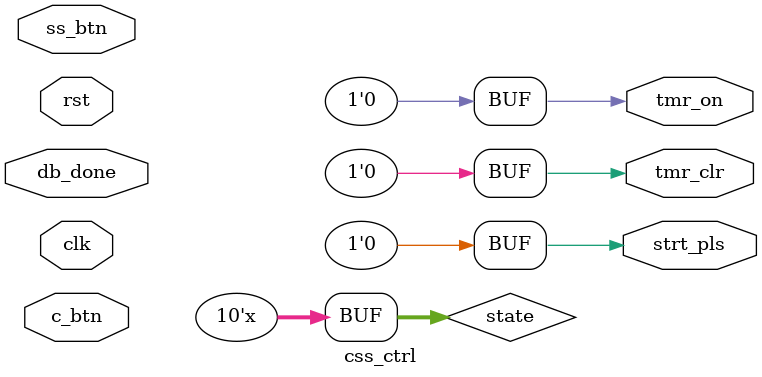
<source format=v>
`timescale 1ns / 1ps
module css_ctrl(
    input c_btn,
    input ss_btn,
    input db_done,
    input rst,
    input clk,
    output reg strt_pls,
    output reg tmr_on,
    output reg tmr_clr
    );


//Paramters for the state machine states
parameter IDLE = 0, START = 1, STWAIT = 2, RUN = 3, ICLEAR = 4, SPWAIT = 5, STOP = 6, RCLEAR = 7;

//Store state and next_state
reg [9:0] state, next_state;

//Sequential  Logic
always @(posedge clk)
begin
	state <= next_state;
end  //End of sequential logic

//Combinational Logic
always @(state, c_btn, ss_btn, db_done, rst)
begin

	state = next_state;
	
	strt_pls = 0;
	tmr_on = 0;
	tmr_clr = 0;
	
	case (state)
	
		IDLE:
			begin
				if(ss_btn == 1 && c_btn == 0) next_state = START;
				if(ss_btn == 0 && c_btn == 0) next_state = IDLE;
			end

		START:
			begin
				strt_pls = 1;
				next_state = STWAIT;
			end

		STWAIT:
			begin
				tmr_on = 1;
				if(db_done == 0) next_state = STWAIT;
				else next_state = RUN;
			end

		RUN:
			begin
				tmr_on = 1;
				if(ss_btn == 0 && c_btn == 0) next_state = RUN;
			end

		ICLEAR:
			begin
				tmr_clr = 1;
				next_state = IDLE;	
			end

		SPWAIT:
			begin
				if(db_done == 0) next_state = SPWAIT;
				if(db_done == 1) next_state = IDLE;
			end

		STOP:
			begin
				strt_pls = 1;
				next_state = SPWAIT;
			end

	endcase

	//high priority stuff
	if (rst == 1) next_state = IDLE;

end //End of combinational logic for our state machine

endmodule

</source>
